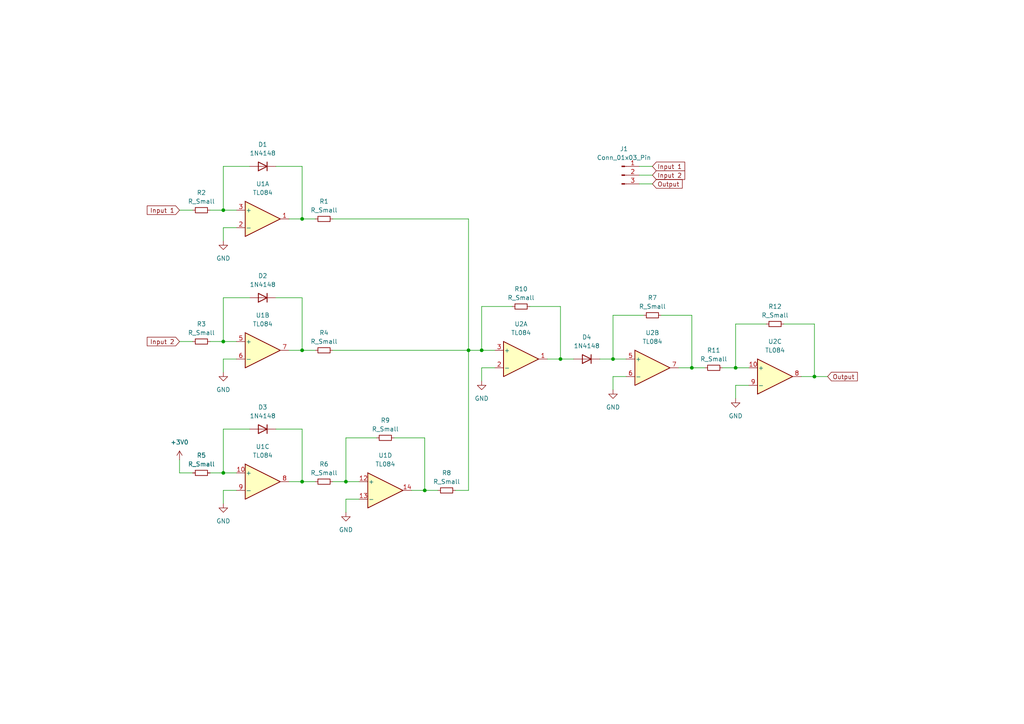
<source format=kicad_sch>
(kicad_sch (version 20230121) (generator eeschema)
  (paper "A4")
  (lib_symbols
    (symbol "Amplifier_Operational:TL084" (pin_names (offset 0.127))
      (property "Reference" "U" (at 0 5.08 0))
      (property "Value" "TL084" (at 0 -5.08 0))
      (symbol "TL084_1_1"
        (polyline (pts (xy -5.08 5.08) (xy 5.08 0) (xy -5.08 -5.08) (xy -5.08 5.08)) (stroke (width 0.254)) (fill (type background)))
        (pin output line (at 7.62 0 180) (length 2.54) (name "~") (number "1"))
        (pin input line (at -7.62 -2.54 0) (length 2.54) (name "-") (number "2"))
        (pin input line (at -7.62 2.54 0) (length 2.54) (name "+") (number "3"))
      )
      (symbol "TL084_2_1"
        (polyline (pts (xy -5.08 5.08) (xy 5.08 0) (xy -5.08 -5.08) (xy -5.08 5.08)) (stroke (width 0.254)) (fill (type background)))
        (pin input line (at -7.62 2.54 0) (length 2.54) (name "+") (number "5"))
        (pin input line (at -7.62 -2.54 0) (length 2.54) (name "-") (number "6"))
        (pin output line (at 7.62 0 180) (length 2.54) (name "~") (number "7"))
      )
      (symbol "TL084_3_1"
        (polyline (pts (xy -5.08 5.08) (xy 5.08 0) (xy -5.08 -5.08) (xy -5.08 5.08)) (stroke (width 0.254)) (fill (type background)))
        (pin input line (at -7.62 2.54 0) (length 2.54) (name "+") (number "10"))
        (pin output line (at 7.62 0 180) (length 2.54) (name "~") (number "8"))
        (pin input line (at -7.62 -2.54 0) (length 2.54) (name "-") (number "9"))
      )
      (symbol "TL084_4_1"
        (polyline (pts (xy -5.08 5.08) (xy 5.08 0) (xy -5.08 -5.08) (xy -5.08 5.08)) (stroke (width 0.254)) (fill (type background)))
        (pin input line (at -7.62 2.54 0) (length 2.54) (name "+") (number "12"))
        (pin input line (at -7.62 -2.54 0) (length 2.54) (name "-") (number "13"))
        (pin output line (at 7.62 0 180) (length 2.54) (name "~") (number "14"))
      )
      (symbol "TL084_5_1"
        (pin power_in line (at -2.54 -7.62 90) (length 3.81) (name "V-") (number "11"))
        (pin power_in line (at -2.54 7.62 270) (length 3.81) (name "V+") (number "4"))
      )
    )
    (symbol "Connector:Conn_01x03_Pin" (pin_names (offset 1.016) hide)
      (property "Reference" "J" (at 0 5.08 0))
      (property "Value" "Conn_01x03_Pin" (at 0 -5.08 0))
      (symbol "Conn_01x03_Pin_1_1"
        (polyline (pts (xy 1.27 -2.54) (xy 0.8636 -2.54)) (stroke (width 0.1524)))
        (polyline (pts (xy 1.27 0) (xy 0.8636 0)) (stroke (width 0.1524)))
        (polyline (pts (xy 1.27 2.54) (xy 0.8636 2.54)) (stroke (width 0.1524)))
        (rectangle (start 0.8636 -2.413) (end 0 -2.667) (stroke (width 0.1524)) (fill (type outline)))
        (rectangle (start 0.8636 0.127) (end 0 -0.127) (stroke (width 0.1524)) (fill (type outline)))
        (rectangle (start 0.8636 2.667) (end 0 2.413) (stroke (width 0.1524)) (fill (type outline)))
        (pin passive line (at 5.08 2.54 180) (length 3.81) (name "Pin_1") (number "1"))
        (pin passive line (at 5.08 0 180) (length 3.81) (name "Pin_2") (number "2"))
        (pin passive line (at 5.08 -2.54 180) (length 3.81) (name "Pin_3") (number "3"))
      )
    )
    (symbol "Device:R_Small" (pin_numbers hide) (pin_names (offset 0.254) hide)
      (property "Reference" "R" (at 0.762 0.508 0))
      (property "Value" "R_Small" (at 0.762 -1.016 0))
      (symbol "R_Small_0_1"
        (rectangle (start -0.762 1.778) (end 0.762 -1.778) (stroke (width 0.2032)))
      )
      (symbol "R_Small_1_1"
        (pin passive line (at 0 2.54 270) (length 0.762) (name "~") (number "1"))
        (pin passive line (at 0 -2.54 90) (length 0.762) (name "~") (number "2"))
      )
    )
    (symbol "Diode:1N4148" (pin_numbers hide) (pin_names hide)
      (property "Reference" "D" (at 0 2.54 0))
      (property "Value" "1N4148" (at 0 -2.54 0))
      (symbol "1N4148_0_1"
        (polyline (pts (xy -1.27 1.27) (xy -1.27 -1.27)) (stroke (width 0.254)))
        (polyline (pts (xy 1.27 0) (xy -1.27 0)))
        (polyline (pts (xy 1.27 1.27) (xy 1.27 -1.27) (xy -1.27 0) (xy 1.27 1.27)) (stroke (width 0.254)))
      )
      (symbol "1N4148_1_1"
        (pin passive line (at -3.81 0 0) (length 2.54) (name "K") (number "1"))
        (pin passive line (at 3.81 0 180) (length 2.54) (name "A") (number "2"))
      )
    )
    (symbol "power:+3V0" (power) (pin_names (offset 0))
      (property "Value" "+3V0" (at 0 3.556 0))
      (symbol "+3V0_0_1"
        (polyline (pts (xy -0.762 1.27) (xy 0 2.54)))
        (polyline (pts (xy 0 0) (xy 0 2.54)))
        (polyline (pts (xy 0 2.54) (xy 0.762 1.27)))
      )
      (symbol "+3V0_1_1"
        (pin power_in line (at 0 0 90) (length 0) hide (name "+3V0") (number "1"))
      )
    )
    (symbol "power:GND" (power) (pin_names (offset 0))
      (property "Value" "GND" (at 0 -3.81 0))
      (symbol "GND_0_1"
        (polyline (pts (xy 0 0) (xy 0 -1.27) (xy 1.27 -1.27) (xy 0 -2.54) (xy -1.27 -1.27) (xy 0 -1.27)))
      )
      (symbol "GND_1_1"
        (pin power_in line (at 0 0 270) (length 0) hide (name "GND") (number "1"))
      )
    )
  )
  (junction (at 64.77 99.06))
  (junction (at 87.63 139.7))
  (junction (at 236.22 109.22))
  (junction (at 139.7 101.6))
  (junction (at 213.36 106.68))
  (junction (at 135.89 101.6))
  (junction (at 200.66 106.68))
  (junction (at 87.63 101.6))
  (junction (at 100.33 139.7))
  (junction (at 162.56 104.14))
  (junction (at 177.8 104.14))
  (junction (at 123.19 142.24))
  (junction (at 87.63 63.5))
  (junction (at 64.77 60.96))
  (junction (at 64.77 137.16))
  (wire (pts (xy 68.58 104.14) (xy 64.77 104.14)))
  (wire (pts (xy 177.8 104.14) (xy 177.8 91.44)))
  (wire (pts (xy 185.42 53.34) (xy 189.23 53.34)))
  (wire (pts (xy 87.63 86.36) (xy 87.63 101.6)))
  (wire (pts (xy 64.77 124.46) (xy 64.77 137.16)))
  (wire (pts (xy 80.01 124.46) (xy 87.63 124.46)))
  (wire (pts (xy 68.58 66.04) (xy 64.77 66.04)))
  (wire (pts (xy 139.7 106.68) (xy 143.51 106.68)))
  (wire (pts (xy 72.39 48.26) (xy 64.77 48.26)))
  (wire (pts (xy 158.75 104.14) (xy 162.56 104.14)))
  (wire (pts (xy 83.82 63.5) (xy 87.63 63.5)))
  (wire (pts (xy 80.01 86.36) (xy 87.63 86.36)))
  (wire (pts (xy 139.7 88.9) (xy 139.7 101.6)))
  (wire (pts (xy 64.77 104.14) (xy 64.77 107.95)))
  (wire (pts (xy 222.25 93.98) (xy 213.36 93.98)))
  (wire (pts (xy 104.14 144.78) (xy 100.33 144.78)))
  (wire (pts (xy 52.07 133.35) (xy 52.07 137.16)))
  (wire (pts (xy 64.77 60.96) (xy 68.58 60.96)))
  (wire (pts (xy 64.77 99.06) (xy 68.58 99.06)))
  (wire (pts (xy 100.33 139.7) (xy 104.14 139.7)))
  (wire (pts (xy 64.77 146.05) (xy 64.77 142.24)))
  (wire (pts (xy 139.7 101.6) (xy 143.51 101.6)))
  (wire (pts (xy 139.7 110.49) (xy 139.7 106.68)))
  (wire (pts (xy 60.96 60.96) (xy 64.77 60.96)))
  (wire (pts (xy 213.36 106.68) (xy 217.17 106.68)))
  (wire (pts (xy 162.56 104.14) (xy 162.56 88.9)))
  (wire (pts (xy 83.82 101.6) (xy 87.63 101.6)))
  (wire (pts (xy 232.41 109.22) (xy 236.22 109.22)))
  (wire (pts (xy 177.8 113.03) (xy 177.8 109.22)))
  (wire (pts (xy 213.36 111.76) (xy 217.17 111.76)))
  (wire (pts (xy 200.66 91.44) (xy 200.66 106.68)))
  (wire (pts (xy 60.96 137.16) (xy 64.77 137.16)))
  (wire (pts (xy 213.36 115.57) (xy 213.36 111.76)))
  (wire (pts (xy 135.89 101.6) (xy 139.7 101.6)))
  (wire (pts (xy 100.33 144.78) (xy 100.33 148.59)))
  (wire (pts (xy 52.07 137.16) (xy 55.88 137.16)))
  (wire (pts (xy 177.8 104.14) (xy 181.61 104.14)))
  (wire (pts (xy 87.63 63.5) (xy 91.44 63.5)))
  (wire (pts (xy 185.42 48.26) (xy 189.23 48.26)))
  (wire (pts (xy 87.63 101.6) (xy 91.44 101.6)))
  (wire (pts (xy 148.59 88.9) (xy 139.7 88.9)))
  (wire (pts (xy 227.33 93.98) (xy 236.22 93.98)))
  (wire (pts (xy 173.99 104.14) (xy 177.8 104.14)))
  (wire (pts (xy 162.56 88.9) (xy 153.67 88.9)))
  (wire (pts (xy 162.56 104.14) (xy 166.37 104.14)))
  (wire (pts (xy 80.01 48.26) (xy 87.63 48.26)))
  (wire (pts (xy 64.77 142.24) (xy 68.58 142.24)))
  (wire (pts (xy 96.52 101.6) (xy 135.89 101.6)))
  (wire (pts (xy 135.89 63.5) (xy 135.89 101.6)))
  (wire (pts (xy 191.77 91.44) (xy 200.66 91.44)))
  (wire (pts (xy 236.22 109.22) (xy 240.03 109.22)))
  (wire (pts (xy 100.33 139.7) (xy 100.33 127)))
  (wire (pts (xy 196.85 106.68) (xy 200.66 106.68)))
  (wire (pts (xy 123.19 127) (xy 123.19 142.24)))
  (wire (pts (xy 96.52 139.7) (xy 100.33 139.7)))
  (wire (pts (xy 200.66 106.68) (xy 204.47 106.68)))
  (wire (pts (xy 52.07 99.06) (xy 55.88 99.06)))
  (wire (pts (xy 87.63 124.46) (xy 87.63 139.7)))
  (wire (pts (xy 64.77 86.36) (xy 64.77 99.06)))
  (wire (pts (xy 213.36 93.98) (xy 213.36 106.68)))
  (wire (pts (xy 52.07 60.96) (xy 55.88 60.96)))
  (wire (pts (xy 60.96 99.06) (xy 64.77 99.06)))
  (wire (pts (xy 87.63 48.26) (xy 87.63 63.5)))
  (wire (pts (xy 114.3 127) (xy 123.19 127)))
  (wire (pts (xy 236.22 93.98) (xy 236.22 109.22)))
  (wire (pts (xy 177.8 109.22) (xy 181.61 109.22)))
  (wire (pts (xy 135.89 142.24) (xy 135.89 101.6)))
  (wire (pts (xy 209.55 106.68) (xy 213.36 106.68)))
  (wire (pts (xy 72.39 124.46) (xy 64.77 124.46)))
  (wire (pts (xy 123.19 142.24) (xy 127 142.24)))
  (wire (pts (xy 64.77 137.16) (xy 68.58 137.16)))
  (wire (pts (xy 72.39 86.36) (xy 64.77 86.36)))
  (wire (pts (xy 64.77 66.04) (xy 64.77 69.85)))
  (wire (pts (xy 177.8 91.44) (xy 186.69 91.44)))
  (wire (pts (xy 132.08 142.24) (xy 135.89 142.24)))
  (wire (pts (xy 87.63 139.7) (xy 91.44 139.7)))
  (wire (pts (xy 119.38 142.24) (xy 123.19 142.24)))
  (wire (pts (xy 83.82 139.7) (xy 87.63 139.7)))
  (wire (pts (xy 185.42 50.8) (xy 189.23 50.8)))
  (wire (pts (xy 100.33 127) (xy 109.22 127)))
  (wire (pts (xy 96.52 63.5) (xy 135.89 63.5)))
  (wire (pts (xy 64.77 48.26) (xy 64.77 60.96)))
  (global_label "Input 2" (shape input) (at 52.07 99.06 180) (property "Intersheetrefs" "${INTERSHEET_REFS}" (effects hide)))
  (global_label "Input 2" (shape input) (at 189.23 50.8 0) (property "Intersheetrefs" "${INTERSHEET_REFS}" (effects hide)))
  (global_label "Input 1" (shape input) (at 189.23 48.26 0) (property "Intersheetrefs" "${INTERSHEET_REFS}" (effects hide)))
  (global_label "Output" (shape input) (at 189.23 53.34 0) (property "Intersheetrefs" "${INTERSHEET_REFS}" (effects hide)))
  (global_label "Output" (shape input) (at 240.03 109.22 0) (property "Intersheetrefs" "${INTERSHEET_REFS}" (effects hide)))
  (global_label "Input 1" (shape input) (at 52.07 60.96 180) (property "Intersheetrefs" "${INTERSHEET_REFS}" (effects hide)))
  (symbol (lib_id "Device:R_Small") (at 189.23 91.44 90) (unit 1)
    (property "Reference" "R7" (at 189.23 86.36 90))
    (property "Value" "R_Small" (at 189.23 88.9 90))
  )
  (symbol (lib_id "Device:R_Small") (at 111.76 127 90) (unit 1)
    (property "Reference" "R9" (at 111.76 121.92 90))
    (property "Value" "R_Small" (at 111.76 124.46 90))
  )
  (symbol (lib_id "Device:R_Small") (at 207.01 106.68 90) (unit 1)
    (property "Reference" "R11" (at 207.01 101.6 90))
    (property "Value" "R_Small" (at 207.01 104.14 90))
  )
  (symbol (lib_id "power:GND") (at 100.33 148.59 0) (unit 1)
    (property "Reference" "#PWR04" (effects hide))
    (property "Value" "GND" (at 100.33 153.67 0))
  )
  (symbol (lib_id "Connector:Conn_01x03_Pin") (at 180.34 50.8 0) (unit 1)
    (property "Reference" "J1" (at 180.975 43.18 0))
    (property "Value" "Conn_01x03_Pin" (at 180.975 45.72 0))
  )
  (symbol (lib_id "Amplifier_Operational:TL084") (at 224.79 109.22 0) (unit 3)
    (property "Reference" "U2" (at 224.79 99.06 0))
    (property "Value" "TL084" (at 224.79 101.6 0))
    (property "Datasheet" "http://www.ti.com/lit/ds/symlink/tl081.pdf" (effects hide))
  )
  (symbol (lib_id "power:GND") (at 64.77 107.95 0) (unit 1)
    (property "Reference" "#PWR02" (effects hide))
    (property "Value" "GND" (at 64.77 113.03 0))
  )
  (symbol (lib_id "Diode:1N4148") (at 170.18 104.14 180) (unit 1)
    (property "Reference" "D4" (at 170.18 97.79 0))
    (property "Value" "1N4148" (at 170.18 100.33 0))
    (property "Footprint" "Diode_THT:D_DO-35_SOD27_P7.62mm_Horizontal" (effects hide))
    (property "Datasheet" "https://assets.nexperia.com/documents/data-sheet/1N4148_1N4448.pdf" (effects hide))
    (property "Sim.Device" "D" (effects hide))
    (property "Sim.Pins" "1=K 2=A" (effects hide))
  )
  (symbol (lib_id "Diode:1N4148") (at 76.2 86.36 180) (unit 1)
    (property "Reference" "D2" (at 76.2 80.01 0))
    (property "Value" "1N4148" (at 76.2 82.55 0))
    (property "Footprint" "Diode_THT:D_DO-35_SOD27_P7.62mm_Horizontal" (effects hide))
    (property "Datasheet" "https://assets.nexperia.com/documents/data-sheet/1N4148_1N4448.pdf" (effects hide))
    (property "Sim.Device" "D" (effects hide))
    (property "Sim.Pins" "1=K 2=A" (effects hide))
  )
  (symbol (lib_id "Amplifier_Operational:TL084") (at 151.13 104.14 0) (unit 1)
    (property "Reference" "U2" (at 151.13 93.98 0))
    (property "Value" "TL084" (at 151.13 96.52 0))
    (property "Datasheet" "http://www.ti.com/lit/ds/symlink/tl081.pdf" (effects hide))
  )
  (symbol (lib_id "Amplifier_Operational:TL084") (at 189.23 106.68 0) (unit 2)
    (property "Reference" "U2" (at 189.23 96.52 0))
    (property "Value" "TL084" (at 189.23 99.06 0))
    (property "Datasheet" "http://www.ti.com/lit/ds/symlink/tl081.pdf" (effects hide))
  )
  (symbol (lib_id "Amplifier_Operational:TL084") (at 76.2 63.5 0) (unit 1)
    (property "Reference" "U1" (at 76.2 53.34 0))
    (property "Value" "TL084" (at 76.2 55.88 0))
    (property "Datasheet" "http://www.ti.com/lit/ds/symlink/tl081.pdf" (effects hide))
  )
  (symbol (lib_id "Device:R_Small") (at 93.98 63.5 90) (unit 1)
    (property "Reference" "R1" (at 93.98 58.42 90))
    (property "Value" "R_Small" (at 93.98 60.96 90))
  )
  (symbol (lib_id "power:+3V0") (at 52.07 133.35 0) (unit 1)
    (property "Reference" "#PWR06" (effects hide))
    (property "Value" "+3V0" (at 52.07 128.27 0))
  )
  (symbol (lib_id "power:GND") (at 64.77 146.05 0) (unit 1)
    (property "Reference" "#PWR03" (effects hide))
    (property "Value" "GND" (at 64.77 151.13 0))
  )
  (symbol (lib_id "Device:R_Small") (at 58.42 60.96 90) (unit 1)
    (property "Reference" "R2" (at 58.42 55.88 90))
    (property "Value" "R_Small" (at 58.42 58.42 90))
  )
  (symbol (lib_id "Amplifier_Operational:TL084") (at 76.2 101.6 0) (unit 2)
    (property "Reference" "U1" (at 76.2 91.44 0))
    (property "Value" "TL084" (at 76.2 93.98 0))
    (property "Datasheet" "http://www.ti.com/lit/ds/symlink/tl081.pdf" (effects hide))
  )
  (symbol (lib_id "power:GND") (at 177.8 113.03 0) (unit 1)
    (property "Reference" "#PWR07" (effects hide))
    (property "Value" "GND" (at 177.8 118.11 0))
  )
  (symbol (lib_id "Device:R_Small") (at 58.42 99.06 90) (unit 1)
    (property "Reference" "R3" (at 58.42 93.98 90))
    (property "Value" "R_Small" (at 58.42 96.52 90))
  )
  (symbol (lib_id "Device:R_Small") (at 58.42 137.16 90) (unit 1)
    (property "Reference" "R5" (at 58.42 132.08 90))
    (property "Value" "R_Small" (at 58.42 134.62 90))
  )
  (symbol (lib_id "Device:R_Small") (at 93.98 101.6 90) (unit 1)
    (property "Reference" "R4" (at 93.98 96.52 90))
    (property "Value" "R_Small" (at 93.98 99.06 90))
  )
  (symbol (lib_id "power:GND") (at 64.77 69.85 0) (unit 1)
    (property "Reference" "#PWR01" (effects hide))
    (property "Value" "GND" (at 64.77 74.93 0))
  )
  (symbol (lib_id "Amplifier_Operational:TL084") (at 111.76 142.24 0) (unit 4)
    (property "Reference" "U1" (at 111.76 132.08 0))
    (property "Value" "TL084" (at 111.76 134.62 0))
    (property "Datasheet" "http://www.ti.com/lit/ds/symlink/tl081.pdf" (effects hide))
  )
  (symbol (lib_id "power:GND") (at 213.36 115.57 0) (unit 1)
    (property "Reference" "#PWR08" (effects hide))
    (property "Value" "GND" (at 213.36 120.65 0))
  )
  (symbol (lib_id "Device:R_Small") (at 224.79 93.98 90) (unit 1)
    (property "Reference" "R12" (at 224.79 88.9 90))
    (property "Value" "R_Small" (at 224.79 91.44 90))
  )
  (symbol (lib_id "Diode:1N4148") (at 76.2 48.26 180) (unit 1)
    (property "Reference" "D1" (at 76.2 41.91 0))
    (property "Value" "1N4148" (at 76.2 44.45 0))
    (property "Footprint" "Diode_THT:D_DO-35_SOD27_P7.62mm_Horizontal" (effects hide))
    (property "Datasheet" "https://assets.nexperia.com/documents/data-sheet/1N4148_1N4448.pdf" (effects hide))
    (property "Sim.Device" "D" (effects hide))
    (property "Sim.Pins" "1=K 2=A" (effects hide))
  )
  (symbol (lib_id "Amplifier_Operational:TL084") (at 76.2 139.7 0) (unit 3)
    (property "Reference" "U1" (at 76.2 129.54 0))
    (property "Value" "TL084" (at 76.2 132.08 0))
    (property "Datasheet" "http://www.ti.com/lit/ds/symlink/tl081.pdf" (effects hide))
  )
  (symbol (lib_id "power:GND") (at 139.7 110.49 0) (unit 1)
    (property "Reference" "#PWR05" (effects hide))
    (property "Value" "GND" (at 139.7 115.57 0))
  )
  (symbol (lib_id "Device:R_Small") (at 93.98 139.7 90) (unit 1)
    (property "Reference" "R6" (at 93.98 134.62 90))
    (property "Value" "R_Small" (at 93.98 137.16 90))
  )
  (symbol (lib_id "Device:R_Small") (at 129.54 142.24 90) (unit 1)
    (property "Reference" "R8" (at 129.54 137.16 90))
    (property "Value" "R_Small" (at 129.54 139.7 90))
  )
  (symbol (lib_id "Diode:1N4148") (at 76.2 124.46 180) (unit 1)
    (property "Reference" "D3" (at 76.2 118.11 0))
    (property "Value" "1N4148" (at 76.2 120.65 0))
    (property "Footprint" "Diode_THT:D_DO-35_SOD27_P7.62mm_Horizontal" (effects hide))
    (property "Datasheet" "https://assets.nexperia.com/documents/data-sheet/1N4148_1N4448.pdf" (effects hide))
    (property "Sim.Device" "D" (effects hide))
    (property "Sim.Pins" "1=K 2=A" (effects hide))
  )
  (symbol (lib_id "Device:R_Small") (at 151.13 88.9 90) (unit 1)
    (property "Reference" "R10" (at 151.13 83.82 90))
    (property "Value" "R_Small" (at 151.13 86.36 90))
  )
)
</source>
